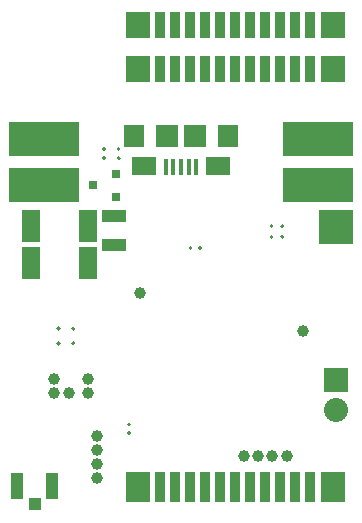
<source format=gbs>
G04 #@! TF.FileFunction,Soldermask,Bot*
%FSLAX46Y46*%
G04 Gerber Fmt 4.6, Leading zero omitted, Abs format (unit mm)*
G04 Created by KiCad (PCBNEW 4.0.2+dfsg1-stable) date Di 04 Apr 2017 02:29:59 CEST*
%MOMM*%
G01*
G04 APERTURE LIST*
%ADD10C,0.100000*%
%ADD11C,0.200000*%
%ADD12R,6.000000X3.000000*%
%ADD13R,1.501140X2.700020*%
%ADD14R,0.800100X0.800100*%
%ADD15R,2.029460X1.140460*%
%ADD16R,3.000000X3.000000*%
%ADD17R,2.032000X2.032000*%
%ADD18O,2.032000X2.032000*%
%ADD19C,1.000000*%
%ADD20R,2.120000X2.500000*%
%ADD21R,0.850000X2.500000*%
%ADD22R,1.050000X2.200000*%
%ADD23R,1.000000X1.050000*%
%ADD24R,0.400000X1.350000*%
%ADD25R,2.100000X1.600000*%
%ADD26R,1.900000X1.900000*%
%ADD27R,1.800000X1.900000*%
%ADD28R,2.120000X2.280000*%
%ADD29R,0.850000X2.280000*%
G04 APERTURE END LIST*
D10*
D11*
X56820031Y-94287500D02*
G75*
G03X56820031Y-94287500I-100031J0D01*
G01*
X55580031Y-94287500D02*
G75*
G03X55580031Y-94287500I-100031J0D01*
G01*
X55580281Y-93512500D02*
G75*
G03X55580281Y-93512500I-100281J0D01*
G01*
X56820031Y-93512500D02*
G75*
G03X56820031Y-93512500I-100031J0D01*
G01*
X70650000Y-100950000D02*
G75*
G03X70650000Y-100950000I-100000J0D01*
G01*
X69750000Y-100950000D02*
G75*
G03X69750000Y-100950000I-100000J0D01*
G01*
X69750000Y-100050000D02*
G75*
G03X69750000Y-100050000I-100000J0D01*
G01*
X70650000Y-100050000D02*
G75*
G03X70650000Y-100050000I-100000J0D01*
G01*
X57700125Y-117555000D02*
G75*
G03X57700125Y-117555000I-100125J0D01*
G01*
X57700125Y-116845000D02*
G75*
G03X57700125Y-116845000I-100125J0D01*
G01*
X62900000Y-101900000D02*
G75*
G03X62900000Y-101900000I-100000J0D01*
G01*
X63700000Y-101900000D02*
G75*
G03X63700000Y-101900000I-100000J0D01*
G01*
X52975000Y-109975000D02*
G75*
G03X52975000Y-109975000I-100000J0D01*
G01*
X51725000Y-109975000D02*
G75*
G03X51725000Y-109975000I-100000J0D01*
G01*
X51725000Y-108725000D02*
G75*
G03X51725000Y-108725000I-100000J0D01*
G01*
X52975000Y-108725000D02*
G75*
G03X52975000Y-108725000I-100000J0D01*
G01*
D12*
X50400000Y-96600000D03*
X73600000Y-92700000D03*
D13*
X54100300Y-100000000D03*
X49299700Y-100000000D03*
D14*
X56500760Y-95650000D03*
X56500760Y-97550000D03*
X54501780Y-96600000D03*
D13*
X49299700Y-103200000D03*
X54100300Y-103200000D03*
D15*
X56300000Y-101603960D03*
X56300000Y-99196040D03*
D12*
X50400000Y-92700000D03*
D16*
X75100000Y-100100000D03*
D12*
X73600000Y-96600000D03*
D17*
X75100000Y-113060000D03*
D18*
X75100000Y-115600000D03*
D19*
X54100000Y-113000000D03*
X54100000Y-114200000D03*
X52500000Y-114200000D03*
X54900000Y-117800000D03*
X51200000Y-114200000D03*
X54900000Y-119000000D03*
X51200000Y-113000000D03*
X54900000Y-120200000D03*
X54900000Y-121400000D03*
X58500000Y-105700000D03*
X70950000Y-119550000D03*
X69700000Y-119550000D03*
X72300000Y-108900000D03*
X67300000Y-119550000D03*
X68500000Y-119550000D03*
D20*
X74840000Y-122150000D03*
D21*
X72935000Y-122150000D03*
X71665000Y-122150000D03*
X70395000Y-122150000D03*
X69125000Y-122150000D03*
X67855000Y-122150000D03*
X66585000Y-122150000D03*
X65315000Y-122150000D03*
X64045000Y-122150000D03*
X62775000Y-122150000D03*
X61505000Y-122150000D03*
X60235000Y-122150000D03*
D20*
X58330000Y-122150000D03*
D22*
X48125000Y-122075000D03*
X51075000Y-122075000D03*
D23*
X49600000Y-123600000D03*
D24*
X60700000Y-95050000D03*
X61350000Y-95050000D03*
X62000000Y-95050000D03*
X62650000Y-95050000D03*
X63300000Y-95050000D03*
D25*
X65100000Y-94925000D03*
X58900000Y-94925000D03*
D26*
X60800000Y-92375000D03*
X63200000Y-92375000D03*
D27*
X58000000Y-92375000D03*
X66000000Y-92375000D03*
D28*
X58330000Y-86741500D03*
X58330000Y-83058500D03*
D29*
X60235000Y-86741500D03*
X60235000Y-83058500D03*
X61505000Y-86741500D03*
X61505000Y-83058500D03*
X62775000Y-86741500D03*
X62775000Y-83058500D03*
X64045000Y-86741500D03*
X64045000Y-83058500D03*
X65315000Y-86741500D03*
X65315000Y-83058500D03*
X66585000Y-86741500D03*
X66585000Y-83058500D03*
X67855000Y-86741500D03*
X67855000Y-83058500D03*
X69125000Y-86741500D03*
X69125000Y-83058500D03*
X70395000Y-86741500D03*
X70395000Y-83058500D03*
X71665000Y-86741500D03*
X71665000Y-83058500D03*
X72935000Y-86741500D03*
X72935000Y-83058500D03*
D28*
X74840000Y-86741500D03*
X74840000Y-83058500D03*
M02*

</source>
